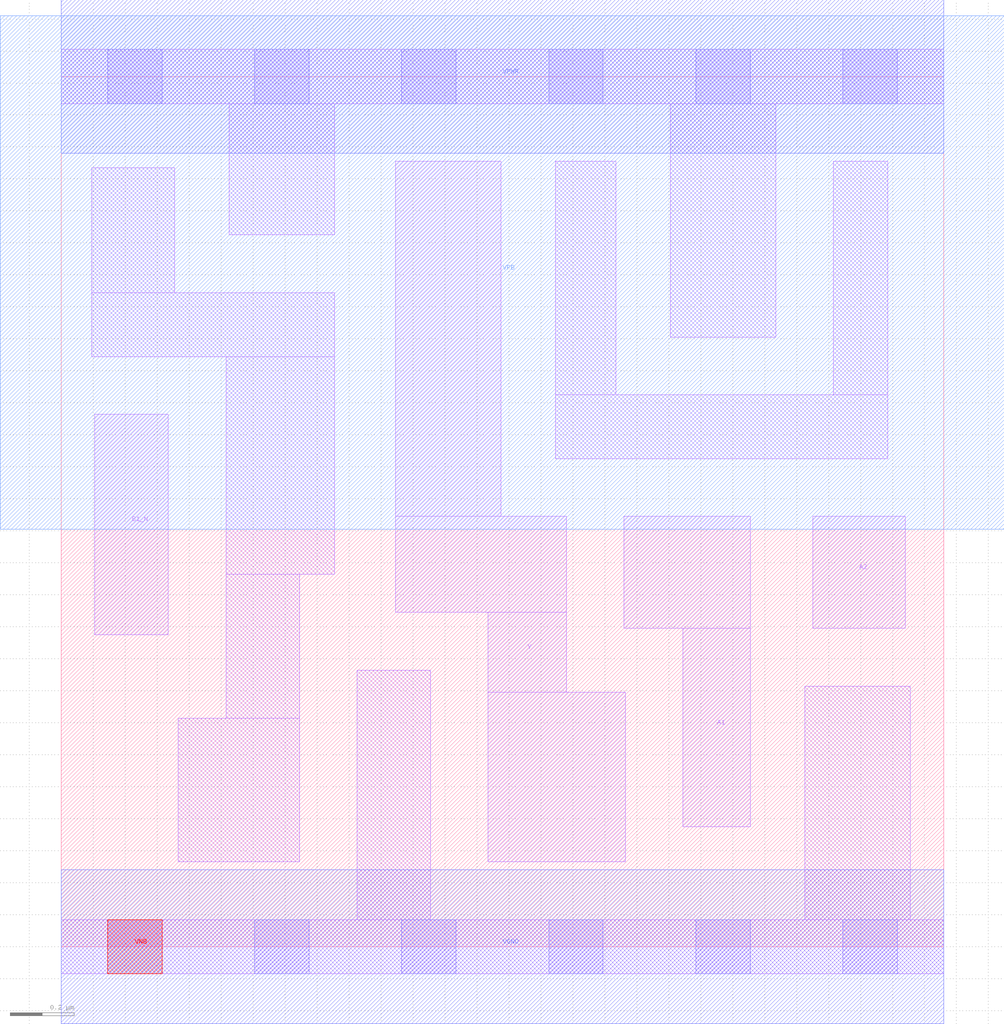
<source format=lef>
# Copyright 2020 The SkyWater PDK Authors
#
# Licensed under the Apache License, Version 2.0 (the "License");
# you may not use this file except in compliance with the License.
# You may obtain a copy of the License at
#
#     https://www.apache.org/licenses/LICENSE-2.0
#
# Unless required by applicable law or agreed to in writing, software
# distributed under the License is distributed on an "AS IS" BASIS,
# WITHOUT WARRANTIES OR CONDITIONS OF ANY KIND, either express or implied.
# See the License for the specific language governing permissions and
# limitations under the License.
#
# SPDX-License-Identifier: Apache-2.0

VERSION 5.7 ;
  NOWIREEXTENSIONATPIN ON ;
  DIVIDERCHAR "/" ;
  BUSBITCHARS "[]" ;
MACRO sky130_fd_sc_hd__a21boi_1
  CLASS CORE ;
  FOREIGN sky130_fd_sc_hd__a21boi_1 ;
  ORIGIN  0.000000  0.000000 ;
  SIZE  2.760000 BY  2.720000 ;
  SYMMETRY X Y R90 ;
  SITE unithd ;
  PIN A1
    ANTENNAGATEAREA  0.247500 ;
    DIRECTION INPUT ;
    USE SIGNAL ;
    PORT
      LAYER li1 ;
        RECT 1.760000 0.995000 2.155000 1.345000 ;
        RECT 1.945000 0.375000 2.155000 0.995000 ;
    END
  END A1
  PIN A2
    ANTENNAGATEAREA  0.247500 ;
    DIRECTION INPUT ;
    USE SIGNAL ;
    PORT
      LAYER li1 ;
        RECT 2.350000 0.995000 2.640000 1.345000 ;
    END
  END A2
  PIN B1_N
    ANTENNAGATEAREA  0.126000 ;
    DIRECTION INPUT ;
    USE SIGNAL ;
    PORT
      LAYER li1 ;
        RECT 0.105000 0.975000 0.335000 1.665000 ;
    END
  END B1_N
  PIN VNB
    PORT
      LAYER pwell ;
        RECT 0.145000 -0.085000 0.315000 0.085000 ;
    END
  END VNB
  PIN VPB
    PORT
      LAYER nwell ;
        RECT -0.190000 1.305000 2.950000 2.910000 ;
    END
  END VPB
  PIN Y
    ANTENNADIFFAREA  0.551000 ;
    DIRECTION OUTPUT ;
    USE SIGNAL ;
    PORT
      LAYER li1 ;
        RECT 1.045000 1.045000 1.580000 1.345000 ;
        RECT 1.045000 1.345000 1.375000 2.455000 ;
        RECT 1.335000 0.265000 1.765000 0.795000 ;
        RECT 1.335000 0.795000 1.580000 1.045000 ;
    END
  END Y
  PIN VGND
    DIRECTION INOUT ;
    SHAPE ABUTMENT ;
    USE GROUND ;
    PORT
      LAYER met1 ;
        RECT 0.000000 -0.240000 2.760000 0.240000 ;
    END
  END VGND
  PIN VPWR
    DIRECTION INOUT ;
    SHAPE ABUTMENT ;
    USE POWER ;
    PORT
      LAYER met1 ;
        RECT 0.000000 2.480000 2.760000 2.960000 ;
    END
  END VPWR
  OBS
    LAYER li1 ;
      RECT 0.000000 -0.085000 2.760000 0.085000 ;
      RECT 0.000000  2.635000 2.760000 2.805000 ;
      RECT 0.095000  1.845000 0.855000 2.045000 ;
      RECT 0.095000  2.045000 0.355000 2.435000 ;
      RECT 0.365000  0.265000 0.745000 0.715000 ;
      RECT 0.515000  0.715000 0.745000 1.165000 ;
      RECT 0.515000  1.165000 0.855000 1.845000 ;
      RECT 0.525000  2.225000 0.855000 2.635000 ;
      RECT 0.925000  0.085000 1.155000 0.865000 ;
      RECT 1.545000  1.525000 2.585000 1.725000 ;
      RECT 1.545000  1.725000 1.735000 2.455000 ;
      RECT 1.905000  1.905000 2.235000 2.635000 ;
      RECT 2.325000  0.085000 2.655000 0.815000 ;
      RECT 2.415000  1.725000 2.585000 2.455000 ;
    LAYER mcon ;
      RECT 0.145000 -0.085000 0.315000 0.085000 ;
      RECT 0.145000  2.635000 0.315000 2.805000 ;
      RECT 0.605000 -0.085000 0.775000 0.085000 ;
      RECT 0.605000  2.635000 0.775000 2.805000 ;
      RECT 1.065000 -0.085000 1.235000 0.085000 ;
      RECT 1.065000  2.635000 1.235000 2.805000 ;
      RECT 1.525000 -0.085000 1.695000 0.085000 ;
      RECT 1.525000  2.635000 1.695000 2.805000 ;
      RECT 1.985000 -0.085000 2.155000 0.085000 ;
      RECT 1.985000  2.635000 2.155000 2.805000 ;
      RECT 2.445000 -0.085000 2.615000 0.085000 ;
      RECT 2.445000  2.635000 2.615000 2.805000 ;
  END
END sky130_fd_sc_hd__a21boi_1
END LIBRARY

</source>
